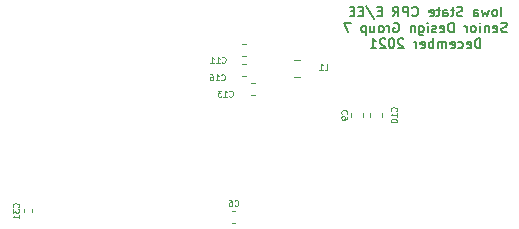
<source format=gbr>
%TF.GenerationSoftware,KiCad,Pcbnew,(5.1.9)-1*%
%TF.CreationDate,2021-11-09T16:48:14-06:00*%
%TF.ProjectId,zigbeeCape,7a696762-6565-4436-9170-652e6b696361,rev?*%
%TF.SameCoordinates,Original*%
%TF.FileFunction,Legend,Bot*%
%TF.FilePolarity,Positive*%
%FSLAX46Y46*%
G04 Gerber Fmt 4.6, Leading zero omitted, Abs format (unit mm)*
G04 Created by KiCad (PCBNEW (5.1.9)-1) date 2021-11-09 16:48:14*
%MOMM*%
%LPD*%
G01*
G04 APERTURE LIST*
%ADD10C,0.127000*%
%ADD11C,0.120000*%
%ADD12C,0.076200*%
G04 APERTURE END LIST*
D10*
X59491638Y46444504D02*
X59491638Y47257304D01*
X58988476Y46444504D02*
X59065885Y46483209D01*
X59104590Y46521914D01*
X59143295Y46599323D01*
X59143295Y46831552D01*
X59104590Y46908961D01*
X59065885Y46947666D01*
X58988476Y46986371D01*
X58872361Y46986371D01*
X58794952Y46947666D01*
X58756247Y46908961D01*
X58717542Y46831552D01*
X58717542Y46599323D01*
X58756247Y46521914D01*
X58794952Y46483209D01*
X58872361Y46444504D01*
X58988476Y46444504D01*
X58446609Y46986371D02*
X58291790Y46444504D01*
X58136971Y46831552D01*
X57982152Y46444504D01*
X57827333Y46986371D01*
X57169352Y46444504D02*
X57169352Y46870257D01*
X57208057Y46947666D01*
X57285466Y46986371D01*
X57440285Y46986371D01*
X57517695Y46947666D01*
X57169352Y46483209D02*
X57246761Y46444504D01*
X57440285Y46444504D01*
X57517695Y46483209D01*
X57556400Y46560619D01*
X57556400Y46638028D01*
X57517695Y46715438D01*
X57440285Y46754142D01*
X57246761Y46754142D01*
X57169352Y46792847D01*
X56201733Y46483209D02*
X56085619Y46444504D01*
X55892095Y46444504D01*
X55814685Y46483209D01*
X55775980Y46521914D01*
X55737276Y46599323D01*
X55737276Y46676733D01*
X55775980Y46754142D01*
X55814685Y46792847D01*
X55892095Y46831552D01*
X56046914Y46870257D01*
X56124323Y46908961D01*
X56163028Y46947666D01*
X56201733Y47025076D01*
X56201733Y47102485D01*
X56163028Y47179895D01*
X56124323Y47218600D01*
X56046914Y47257304D01*
X55853390Y47257304D01*
X55737276Y47218600D01*
X55505047Y46986371D02*
X55195409Y46986371D01*
X55388933Y47257304D02*
X55388933Y46560619D01*
X55350228Y46483209D01*
X55272819Y46444504D01*
X55195409Y46444504D01*
X54576133Y46444504D02*
X54576133Y46870257D01*
X54614838Y46947666D01*
X54692247Y46986371D01*
X54847066Y46986371D01*
X54924476Y46947666D01*
X54576133Y46483209D02*
X54653542Y46444504D01*
X54847066Y46444504D01*
X54924476Y46483209D01*
X54963180Y46560619D01*
X54963180Y46638028D01*
X54924476Y46715438D01*
X54847066Y46754142D01*
X54653542Y46754142D01*
X54576133Y46792847D01*
X54305200Y46986371D02*
X53995561Y46986371D01*
X54189085Y47257304D02*
X54189085Y46560619D01*
X54150380Y46483209D01*
X54072971Y46444504D01*
X53995561Y46444504D01*
X53414990Y46483209D02*
X53492400Y46444504D01*
X53647219Y46444504D01*
X53724628Y46483209D01*
X53763333Y46560619D01*
X53763333Y46870257D01*
X53724628Y46947666D01*
X53647219Y46986371D01*
X53492400Y46986371D01*
X53414990Y46947666D01*
X53376285Y46870257D01*
X53376285Y46792847D01*
X53763333Y46715438D01*
X51944209Y46521914D02*
X51982914Y46483209D01*
X52099028Y46444504D01*
X52176438Y46444504D01*
X52292552Y46483209D01*
X52369961Y46560619D01*
X52408666Y46638028D01*
X52447371Y46792847D01*
X52447371Y46908961D01*
X52408666Y47063780D01*
X52369961Y47141190D01*
X52292552Y47218600D01*
X52176438Y47257304D01*
X52099028Y47257304D01*
X51982914Y47218600D01*
X51944209Y47179895D01*
X51595866Y46444504D02*
X51595866Y47257304D01*
X51286228Y47257304D01*
X51208819Y47218600D01*
X51170114Y47179895D01*
X51131409Y47102485D01*
X51131409Y46986371D01*
X51170114Y46908961D01*
X51208819Y46870257D01*
X51286228Y46831552D01*
X51595866Y46831552D01*
X50318609Y46444504D02*
X50589542Y46831552D01*
X50783066Y46444504D02*
X50783066Y47257304D01*
X50473428Y47257304D01*
X50396019Y47218600D01*
X50357314Y47179895D01*
X50318609Y47102485D01*
X50318609Y46986371D01*
X50357314Y46908961D01*
X50396019Y46870257D01*
X50473428Y46831552D01*
X50783066Y46831552D01*
X49350990Y46870257D02*
X49080057Y46870257D01*
X48963942Y46444504D02*
X49350990Y46444504D01*
X49350990Y47257304D01*
X48963942Y47257304D01*
X48035028Y47296009D02*
X48731714Y46250980D01*
X47764095Y46870257D02*
X47493161Y46870257D01*
X47377047Y46444504D02*
X47764095Y46444504D01*
X47764095Y47257304D01*
X47377047Y47257304D01*
X47028704Y46870257D02*
X46757771Y46870257D01*
X46641657Y46444504D02*
X47028704Y46444504D01*
X47028704Y47257304D01*
X46641657Y47257304D01*
X59936742Y45137009D02*
X59820628Y45098304D01*
X59627104Y45098304D01*
X59549695Y45137009D01*
X59510990Y45175714D01*
X59472285Y45253123D01*
X59472285Y45330533D01*
X59510990Y45407942D01*
X59549695Y45446647D01*
X59627104Y45485352D01*
X59781923Y45524057D01*
X59859333Y45562761D01*
X59898038Y45601466D01*
X59936742Y45678876D01*
X59936742Y45756285D01*
X59898038Y45833695D01*
X59859333Y45872400D01*
X59781923Y45911104D01*
X59588400Y45911104D01*
X59472285Y45872400D01*
X58814304Y45137009D02*
X58891714Y45098304D01*
X59046533Y45098304D01*
X59123942Y45137009D01*
X59162647Y45214419D01*
X59162647Y45524057D01*
X59123942Y45601466D01*
X59046533Y45640171D01*
X58891714Y45640171D01*
X58814304Y45601466D01*
X58775600Y45524057D01*
X58775600Y45446647D01*
X59162647Y45369238D01*
X58427257Y45640171D02*
X58427257Y45098304D01*
X58427257Y45562761D02*
X58388552Y45601466D01*
X58311142Y45640171D01*
X58195028Y45640171D01*
X58117619Y45601466D01*
X58078914Y45524057D01*
X58078914Y45098304D01*
X57691866Y45098304D02*
X57691866Y45640171D01*
X57691866Y45911104D02*
X57730571Y45872400D01*
X57691866Y45833695D01*
X57653161Y45872400D01*
X57691866Y45911104D01*
X57691866Y45833695D01*
X57188704Y45098304D02*
X57266114Y45137009D01*
X57304819Y45175714D01*
X57343523Y45253123D01*
X57343523Y45485352D01*
X57304819Y45562761D01*
X57266114Y45601466D01*
X57188704Y45640171D01*
X57072590Y45640171D01*
X56995180Y45601466D01*
X56956476Y45562761D01*
X56917771Y45485352D01*
X56917771Y45253123D01*
X56956476Y45175714D01*
X56995180Y45137009D01*
X57072590Y45098304D01*
X57188704Y45098304D01*
X56569428Y45098304D02*
X56569428Y45640171D01*
X56569428Y45485352D02*
X56530723Y45562761D01*
X56492019Y45601466D01*
X56414609Y45640171D01*
X56337200Y45640171D01*
X55446990Y45098304D02*
X55446990Y45911104D01*
X55253466Y45911104D01*
X55137352Y45872400D01*
X55059942Y45794990D01*
X55021238Y45717580D01*
X54982533Y45562761D01*
X54982533Y45446647D01*
X55021238Y45291828D01*
X55059942Y45214419D01*
X55137352Y45137009D01*
X55253466Y45098304D01*
X55446990Y45098304D01*
X54324552Y45137009D02*
X54401961Y45098304D01*
X54556780Y45098304D01*
X54634190Y45137009D01*
X54672895Y45214419D01*
X54672895Y45524057D01*
X54634190Y45601466D01*
X54556780Y45640171D01*
X54401961Y45640171D01*
X54324552Y45601466D01*
X54285847Y45524057D01*
X54285847Y45446647D01*
X54672895Y45369238D01*
X53976209Y45137009D02*
X53898800Y45098304D01*
X53743980Y45098304D01*
X53666571Y45137009D01*
X53627866Y45214419D01*
X53627866Y45253123D01*
X53666571Y45330533D01*
X53743980Y45369238D01*
X53860095Y45369238D01*
X53937504Y45407942D01*
X53976209Y45485352D01*
X53976209Y45524057D01*
X53937504Y45601466D01*
X53860095Y45640171D01*
X53743980Y45640171D01*
X53666571Y45601466D01*
X53279523Y45098304D02*
X53279523Y45640171D01*
X53279523Y45911104D02*
X53318228Y45872400D01*
X53279523Y45833695D01*
X53240819Y45872400D01*
X53279523Y45911104D01*
X53279523Y45833695D01*
X52544133Y45640171D02*
X52544133Y44982190D01*
X52582838Y44904780D01*
X52621542Y44866076D01*
X52698952Y44827371D01*
X52815066Y44827371D01*
X52892476Y44866076D01*
X52544133Y45137009D02*
X52621542Y45098304D01*
X52776361Y45098304D01*
X52853771Y45137009D01*
X52892476Y45175714D01*
X52931180Y45253123D01*
X52931180Y45485352D01*
X52892476Y45562761D01*
X52853771Y45601466D01*
X52776361Y45640171D01*
X52621542Y45640171D01*
X52544133Y45601466D01*
X52157085Y45640171D02*
X52157085Y45098304D01*
X52157085Y45562761D02*
X52118380Y45601466D01*
X52040971Y45640171D01*
X51924857Y45640171D01*
X51847447Y45601466D01*
X51808742Y45524057D01*
X51808742Y45098304D01*
X50376666Y45872400D02*
X50454076Y45911104D01*
X50570190Y45911104D01*
X50686304Y45872400D01*
X50763714Y45794990D01*
X50802419Y45717580D01*
X50841123Y45562761D01*
X50841123Y45446647D01*
X50802419Y45291828D01*
X50763714Y45214419D01*
X50686304Y45137009D01*
X50570190Y45098304D01*
X50492780Y45098304D01*
X50376666Y45137009D01*
X50337961Y45175714D01*
X50337961Y45446647D01*
X50492780Y45446647D01*
X49989619Y45098304D02*
X49989619Y45640171D01*
X49989619Y45485352D02*
X49950914Y45562761D01*
X49912209Y45601466D01*
X49834800Y45640171D01*
X49757390Y45640171D01*
X49370342Y45098304D02*
X49447752Y45137009D01*
X49486457Y45175714D01*
X49525161Y45253123D01*
X49525161Y45485352D01*
X49486457Y45562761D01*
X49447752Y45601466D01*
X49370342Y45640171D01*
X49254228Y45640171D01*
X49176819Y45601466D01*
X49138114Y45562761D01*
X49099409Y45485352D01*
X49099409Y45253123D01*
X49138114Y45175714D01*
X49176819Y45137009D01*
X49254228Y45098304D01*
X49370342Y45098304D01*
X48402723Y45640171D02*
X48402723Y45098304D01*
X48751066Y45640171D02*
X48751066Y45214419D01*
X48712361Y45137009D01*
X48634952Y45098304D01*
X48518838Y45098304D01*
X48441428Y45137009D01*
X48402723Y45175714D01*
X48015676Y45640171D02*
X48015676Y44827371D01*
X48015676Y45601466D02*
X47938266Y45640171D01*
X47783447Y45640171D01*
X47706038Y45601466D01*
X47667333Y45562761D01*
X47628628Y45485352D01*
X47628628Y45253123D01*
X47667333Y45175714D01*
X47706038Y45137009D01*
X47783447Y45098304D01*
X47938266Y45098304D01*
X48015676Y45137009D01*
X46738419Y45911104D02*
X46196552Y45911104D01*
X46544895Y45098304D01*
X57711219Y43752104D02*
X57711219Y44564904D01*
X57517695Y44564904D01*
X57401580Y44526200D01*
X57324171Y44448790D01*
X57285466Y44371380D01*
X57246761Y44216561D01*
X57246761Y44100447D01*
X57285466Y43945628D01*
X57324171Y43868219D01*
X57401580Y43790809D01*
X57517695Y43752104D01*
X57711219Y43752104D01*
X56588780Y43790809D02*
X56666190Y43752104D01*
X56821009Y43752104D01*
X56898419Y43790809D01*
X56937123Y43868219D01*
X56937123Y44177857D01*
X56898419Y44255266D01*
X56821009Y44293971D01*
X56666190Y44293971D01*
X56588780Y44255266D01*
X56550076Y44177857D01*
X56550076Y44100447D01*
X56937123Y44023038D01*
X55853390Y43790809D02*
X55930800Y43752104D01*
X56085619Y43752104D01*
X56163028Y43790809D01*
X56201733Y43829514D01*
X56240438Y43906923D01*
X56240438Y44139152D01*
X56201733Y44216561D01*
X56163028Y44255266D01*
X56085619Y44293971D01*
X55930800Y44293971D01*
X55853390Y44255266D01*
X55195409Y43790809D02*
X55272819Y43752104D01*
X55427638Y43752104D01*
X55505047Y43790809D01*
X55543752Y43868219D01*
X55543752Y44177857D01*
X55505047Y44255266D01*
X55427638Y44293971D01*
X55272819Y44293971D01*
X55195409Y44255266D01*
X55156704Y44177857D01*
X55156704Y44100447D01*
X55543752Y44023038D01*
X54808361Y43752104D02*
X54808361Y44293971D01*
X54808361Y44216561D02*
X54769657Y44255266D01*
X54692247Y44293971D01*
X54576133Y44293971D01*
X54498723Y44255266D01*
X54460019Y44177857D01*
X54460019Y43752104D01*
X54460019Y44177857D02*
X54421314Y44255266D01*
X54343904Y44293971D01*
X54227790Y44293971D01*
X54150380Y44255266D01*
X54111676Y44177857D01*
X54111676Y43752104D01*
X53724628Y43752104D02*
X53724628Y44564904D01*
X53724628Y44255266D02*
X53647219Y44293971D01*
X53492400Y44293971D01*
X53414990Y44255266D01*
X53376285Y44216561D01*
X53337580Y44139152D01*
X53337580Y43906923D01*
X53376285Y43829514D01*
X53414990Y43790809D01*
X53492400Y43752104D01*
X53647219Y43752104D01*
X53724628Y43790809D01*
X52679600Y43790809D02*
X52757009Y43752104D01*
X52911828Y43752104D01*
X52989238Y43790809D01*
X53027942Y43868219D01*
X53027942Y44177857D01*
X52989238Y44255266D01*
X52911828Y44293971D01*
X52757009Y44293971D01*
X52679600Y44255266D01*
X52640895Y44177857D01*
X52640895Y44100447D01*
X53027942Y44023038D01*
X52292552Y43752104D02*
X52292552Y44293971D01*
X52292552Y44139152D02*
X52253847Y44216561D01*
X52215142Y44255266D01*
X52137733Y44293971D01*
X52060323Y44293971D01*
X51208819Y44487495D02*
X51170114Y44526200D01*
X51092704Y44564904D01*
X50899180Y44564904D01*
X50821771Y44526200D01*
X50783066Y44487495D01*
X50744361Y44410085D01*
X50744361Y44332676D01*
X50783066Y44216561D01*
X51247523Y43752104D01*
X50744361Y43752104D01*
X50241200Y44564904D02*
X50163790Y44564904D01*
X50086380Y44526200D01*
X50047676Y44487495D01*
X50008971Y44410085D01*
X49970266Y44255266D01*
X49970266Y44061742D01*
X50008971Y43906923D01*
X50047676Y43829514D01*
X50086380Y43790809D01*
X50163790Y43752104D01*
X50241200Y43752104D01*
X50318609Y43790809D01*
X50357314Y43829514D01*
X50396019Y43906923D01*
X50434723Y44061742D01*
X50434723Y44255266D01*
X50396019Y44410085D01*
X50357314Y44487495D01*
X50318609Y44526200D01*
X50241200Y44564904D01*
X49660628Y44487495D02*
X49621923Y44526200D01*
X49544514Y44564904D01*
X49350990Y44564904D01*
X49273580Y44526200D01*
X49234876Y44487495D01*
X49196171Y44410085D01*
X49196171Y44332676D01*
X49234876Y44216561D01*
X49699333Y43752104D01*
X49196171Y43752104D01*
X48422076Y43752104D02*
X48886533Y43752104D01*
X48654304Y43752104D02*
X48654304Y44564904D01*
X48731714Y44448790D01*
X48809123Y44371380D01*
X48886533Y44332676D01*
D11*
%TO.C,L1*%
X42425252Y41327000D02*
X41902748Y41327000D01*
X42425252Y42747000D02*
X41902748Y42747000D01*
%TO.C,C13*%
X38627267Y39749000D02*
X38334733Y39749000D01*
X38627267Y40769000D02*
X38334733Y40769000D01*
%TO.C,C31*%
X19791000Y30087835D02*
X19791000Y29856165D01*
X19071000Y30087835D02*
X19071000Y29856165D01*
%TO.C,C6*%
X36976267Y28954000D02*
X36683733Y28954000D01*
X36976267Y29974000D02*
X36683733Y29974000D01*
%TO.C,C9*%
X46734000Y37953733D02*
X46734000Y38246267D01*
X47754000Y37953733D02*
X47754000Y38246267D01*
%TO.C,C10*%
X49405000Y37953733D02*
X49405000Y38246267D01*
X48385000Y37953733D02*
X48385000Y38246267D01*
%TO.C,C11*%
X37865267Y44071000D02*
X37572733Y44071000D01*
X37865267Y43051000D02*
X37572733Y43051000D01*
%TO.C,C16*%
X37865267Y42420000D02*
X37572733Y42420000D01*
X37865267Y41400000D02*
X37572733Y41400000D01*
%TO.C,L1*%
D12*
X44534666Y41934190D02*
X44776571Y41934190D01*
X44776571Y42442190D01*
X44099238Y41934190D02*
X44389523Y41934190D01*
X44244380Y41934190D02*
X44244380Y42442190D01*
X44292761Y42369619D01*
X44341142Y42321238D01*
X44389523Y42297047D01*
%TO.C,C13*%
X36445371Y39696571D02*
X36469561Y39672380D01*
X36542133Y39648190D01*
X36590514Y39648190D01*
X36663085Y39672380D01*
X36711466Y39720761D01*
X36735657Y39769142D01*
X36759847Y39865904D01*
X36759847Y39938476D01*
X36735657Y40035238D01*
X36711466Y40083619D01*
X36663085Y40132000D01*
X36590514Y40156190D01*
X36542133Y40156190D01*
X36469561Y40132000D01*
X36445371Y40107809D01*
X35961561Y39648190D02*
X36251847Y39648190D01*
X36106704Y39648190D02*
X36106704Y40156190D01*
X36155085Y40083619D01*
X36203466Y40035238D01*
X36251847Y40011047D01*
X35792228Y40156190D02*
X35477752Y40156190D01*
X35647085Y39962666D01*
X35574514Y39962666D01*
X35526133Y39938476D01*
X35501942Y39914285D01*
X35477752Y39865904D01*
X35477752Y39744952D01*
X35501942Y39696571D01*
X35526133Y39672380D01*
X35574514Y39648190D01*
X35719657Y39648190D01*
X35768038Y39672380D01*
X35792228Y39696571D01*
%TO.C,C31*%
X18596428Y30298571D02*
X18620619Y30322761D01*
X18644809Y30395333D01*
X18644809Y30443714D01*
X18620619Y30516285D01*
X18572238Y30564666D01*
X18523857Y30588857D01*
X18427095Y30613047D01*
X18354523Y30613047D01*
X18257761Y30588857D01*
X18209380Y30564666D01*
X18161000Y30516285D01*
X18136809Y30443714D01*
X18136809Y30395333D01*
X18161000Y30322761D01*
X18185190Y30298571D01*
X18136809Y30129238D02*
X18136809Y29814761D01*
X18330333Y29984095D01*
X18330333Y29911523D01*
X18354523Y29863142D01*
X18378714Y29838952D01*
X18427095Y29814761D01*
X18548047Y29814761D01*
X18596428Y29838952D01*
X18620619Y29863142D01*
X18644809Y29911523D01*
X18644809Y30056666D01*
X18620619Y30105047D01*
X18596428Y30129238D01*
X18644809Y29330952D02*
X18644809Y29621238D01*
X18644809Y29476095D02*
X18136809Y29476095D01*
X18209380Y29524476D01*
X18257761Y29572857D01*
X18281952Y29621238D01*
%TO.C,C6*%
X36914666Y30425571D02*
X36938857Y30401380D01*
X37011428Y30377190D01*
X37059809Y30377190D01*
X37132380Y30401380D01*
X37180761Y30449761D01*
X37204952Y30498142D01*
X37229142Y30594904D01*
X37229142Y30667476D01*
X37204952Y30764238D01*
X37180761Y30812619D01*
X37132380Y30861000D01*
X37059809Y30885190D01*
X37011428Y30885190D01*
X36938857Y30861000D01*
X36914666Y30836809D01*
X36479238Y30885190D02*
X36576000Y30885190D01*
X36624380Y30861000D01*
X36648571Y30836809D01*
X36696952Y30764238D01*
X36721142Y30667476D01*
X36721142Y30473952D01*
X36696952Y30425571D01*
X36672761Y30401380D01*
X36624380Y30377190D01*
X36527619Y30377190D01*
X36479238Y30401380D01*
X36455047Y30425571D01*
X36430857Y30473952D01*
X36430857Y30594904D01*
X36455047Y30643285D01*
X36479238Y30667476D01*
X36527619Y30691666D01*
X36624380Y30691666D01*
X36672761Y30667476D01*
X36696952Y30643285D01*
X36721142Y30594904D01*
%TO.C,C9*%
X46409428Y38184666D02*
X46433619Y38208857D01*
X46457809Y38281428D01*
X46457809Y38329809D01*
X46433619Y38402380D01*
X46385238Y38450761D01*
X46336857Y38474952D01*
X46240095Y38499142D01*
X46167523Y38499142D01*
X46070761Y38474952D01*
X46022380Y38450761D01*
X45974000Y38402380D01*
X45949809Y38329809D01*
X45949809Y38281428D01*
X45974000Y38208857D01*
X45998190Y38184666D01*
X46457809Y37942761D02*
X46457809Y37846000D01*
X46433619Y37797619D01*
X46409428Y37773428D01*
X46336857Y37725047D01*
X46240095Y37700857D01*
X46046571Y37700857D01*
X45998190Y37725047D01*
X45974000Y37749238D01*
X45949809Y37797619D01*
X45949809Y37894380D01*
X45974000Y37942761D01*
X45998190Y37966952D01*
X46046571Y37991142D01*
X46167523Y37991142D01*
X46215904Y37966952D01*
X46240095Y37942761D01*
X46264285Y37894380D01*
X46264285Y37797619D01*
X46240095Y37749238D01*
X46215904Y37725047D01*
X46167523Y37700857D01*
%TO.C,C10*%
X50600428Y38426571D02*
X50624619Y38450761D01*
X50648809Y38523333D01*
X50648809Y38571714D01*
X50624619Y38644285D01*
X50576238Y38692666D01*
X50527857Y38716857D01*
X50431095Y38741047D01*
X50358523Y38741047D01*
X50261761Y38716857D01*
X50213380Y38692666D01*
X50165000Y38644285D01*
X50140809Y38571714D01*
X50140809Y38523333D01*
X50165000Y38450761D01*
X50189190Y38426571D01*
X50648809Y37942761D02*
X50648809Y38233047D01*
X50648809Y38087904D02*
X50140809Y38087904D01*
X50213380Y38136285D01*
X50261761Y38184666D01*
X50285952Y38233047D01*
X50140809Y37628285D02*
X50140809Y37579904D01*
X50165000Y37531523D01*
X50189190Y37507333D01*
X50237571Y37483142D01*
X50334333Y37458952D01*
X50455285Y37458952D01*
X50552047Y37483142D01*
X50600428Y37507333D01*
X50624619Y37531523D01*
X50648809Y37579904D01*
X50648809Y37628285D01*
X50624619Y37676666D01*
X50600428Y37700857D01*
X50552047Y37725047D01*
X50455285Y37749238D01*
X50334333Y37749238D01*
X50237571Y37725047D01*
X50189190Y37700857D01*
X50165000Y37676666D01*
X50140809Y37628285D01*
%TO.C,C11*%
X35835771Y42541371D02*
X35859961Y42517180D01*
X35932533Y42492990D01*
X35980914Y42492990D01*
X36053485Y42517180D01*
X36101866Y42565561D01*
X36126057Y42613942D01*
X36150247Y42710704D01*
X36150247Y42783276D01*
X36126057Y42880038D01*
X36101866Y42928419D01*
X36053485Y42976800D01*
X35980914Y43000990D01*
X35932533Y43000990D01*
X35859961Y42976800D01*
X35835771Y42952609D01*
X35351961Y42492990D02*
X35642247Y42492990D01*
X35497104Y42492990D02*
X35497104Y43000990D01*
X35545485Y42928419D01*
X35593866Y42880038D01*
X35642247Y42855847D01*
X34868152Y42492990D02*
X35158438Y42492990D01*
X35013295Y42492990D02*
X35013295Y43000990D01*
X35061676Y42928419D01*
X35110057Y42880038D01*
X35158438Y42855847D01*
%TO.C,C16*%
X35784971Y41068171D02*
X35809161Y41043980D01*
X35881733Y41019790D01*
X35930114Y41019790D01*
X36002685Y41043980D01*
X36051066Y41092361D01*
X36075257Y41140742D01*
X36099447Y41237504D01*
X36099447Y41310076D01*
X36075257Y41406838D01*
X36051066Y41455219D01*
X36002685Y41503600D01*
X35930114Y41527790D01*
X35881733Y41527790D01*
X35809161Y41503600D01*
X35784971Y41479409D01*
X35301161Y41019790D02*
X35591447Y41019790D01*
X35446304Y41019790D02*
X35446304Y41527790D01*
X35494685Y41455219D01*
X35543066Y41406838D01*
X35591447Y41382647D01*
X34865733Y41527790D02*
X34962495Y41527790D01*
X35010876Y41503600D01*
X35035066Y41479409D01*
X35083447Y41406838D01*
X35107638Y41310076D01*
X35107638Y41116552D01*
X35083447Y41068171D01*
X35059257Y41043980D01*
X35010876Y41019790D01*
X34914114Y41019790D01*
X34865733Y41043980D01*
X34841542Y41068171D01*
X34817352Y41116552D01*
X34817352Y41237504D01*
X34841542Y41285885D01*
X34865733Y41310076D01*
X34914114Y41334266D01*
X35010876Y41334266D01*
X35059257Y41310076D01*
X35083447Y41285885D01*
X35107638Y41237504D01*
%TD*%
M02*

</source>
